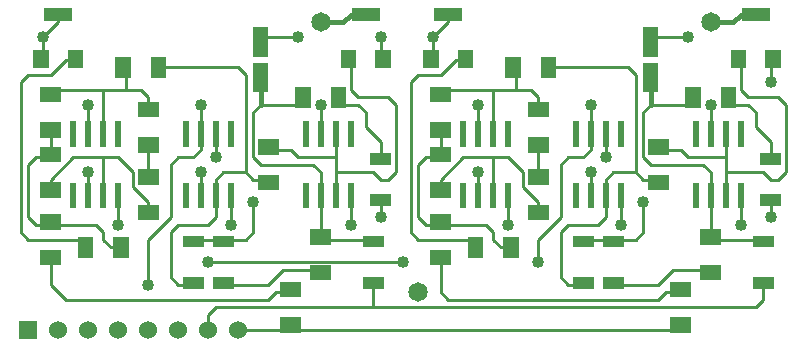
<source format=gtl>
G04 start of page 2 for group 0 idx 0 *
G04 Title: 26.006.02.01.01, top *
G04 Creator: pcb 4.1.2 *
G04 CreationDate: Fri Aug 10 20:06:24 2018 UTC *
G04 For: bert *
G04 Format: Gerber/RS-274X *
G04 PCB-Dimensions (mil): 2600.00 1150.00 *
G04 PCB-Coordinate-Origin: lower left *
%MOIN*%
%FSLAX25Y25*%
%LNGTL*%
%ADD19C,0.0460*%
%ADD18C,0.0380*%
%ADD17C,0.0200*%
%ADD16C,0.0400*%
%ADD15C,0.0650*%
%ADD14C,0.0600*%
%ADD13C,0.0001*%
%ADD12C,0.0150*%
%ADD11C,0.0100*%
G54D11*X107500Y67500D02*Y52500D01*
Y62500D02*X95000D01*
X92500Y65000D01*
X87500D01*
X100000Y60000D02*X102500Y57500D01*
Y52500D01*
X80000Y55000D02*X85000D01*
X80000Y77500D02*Y62500D01*
X82500Y60000D01*
X100000D01*
X127500Y80000D02*Y57500D01*
X125000Y55000D01*
X122500D01*
X120000Y57500D01*
X107500D01*
X102500Y47500D02*Y35000D01*
X87500Y17500D02*X92500D01*
X90000Y25000D02*X102500D01*
X85000Y20000D02*X90000Y25000D01*
X80000Y37500D02*Y47500D01*
X102500Y35000D02*X120000D01*
Y12500D02*Y20000D01*
X85000Y15000D02*X87500Y17500D01*
X102500Y72500D02*Y80000D01*
X112500Y47500D02*Y40000D01*
X122500Y47500D02*Y42500D01*
X137500Y40000D02*X140000D01*
X135000Y42500D02*X137500Y40000D01*
X140000Y102500D02*Y95000D01*
X132500Y87500D02*Y37500D01*
X135000Y35000D01*
X145000Y110000D02*Y107500D01*
X140000Y102500D01*
X150000Y95000D02*X147500D01*
X142500Y90000D01*
X135000D01*
X132500Y87500D01*
X62500Y53000D02*Y57500D01*
X55000Y40000D02*X52500Y37500D01*
X67500Y52500D02*Y55000D01*
X70000Y57500D01*
X52500Y60000D02*Y42500D01*
G54D12*X112500Y110000D02*X115000D01*
X102500Y107500D02*X110000D01*
G54D11*X122500Y95000D02*Y102500D01*
G54D12*X110000Y107500D02*X112500Y110000D01*
G54D11*Y97500D02*Y85000D01*
X115000Y82500D01*
X95000Y102500D02*X82500D01*
X45000Y35000D02*Y20000D01*
X52500Y37500D02*Y22500D01*
X55000Y20000D01*
X60000D01*
X35000Y32500D02*X32500D01*
X30000Y35000D01*
Y37500D01*
X60000Y35000D02*X77500D01*
X80000Y37500D01*
X65000Y5000D02*Y10000D01*
X75000Y5000D02*X77500D01*
X65000Y10000D02*X67500Y12500D01*
X72500Y20000D02*X85000D01*
X17500Y15000D02*X85000D01*
X12500Y27500D02*Y20000D01*
X17500Y15000D01*
X35000Y47500D02*Y40000D01*
X45000Y47500D02*Y45000D01*
X40000Y57500D02*Y52500D01*
X45000Y47500D01*
X72500D02*Y40000D01*
X67500Y47500D02*Y42500D01*
X65000Y40000D01*
X55000D01*
X52500Y42500D02*X45000Y35000D01*
X70000Y57500D02*X77500D01*
X80000Y55000D01*
X75000Y92500D02*X77500Y90000D01*
Y57500D01*
G54D12*X82500Y80000D02*Y85000D01*
G54D11*X62500Y72500D02*Y80000D01*
X95000D02*X82500D01*
X80000Y77500D01*
X67500Y67500D02*Y62500D01*
X62500Y67500D02*Y65000D01*
X25000Y53000D02*Y57500D01*
X30000Y62500D02*Y52500D01*
X5000Y60000D02*Y42500D01*
X10000Y62500D02*X7500D01*
X5000Y60000D01*
X12500Y72500D02*Y62500D01*
Y52500D02*Y55000D01*
X2500Y87500D02*Y37500D01*
X12500Y55000D02*X20000Y62500D01*
X35000D02*X40000Y57500D01*
X15000Y85000D02*X42500D01*
X45000Y65611D02*Y57500D01*
X37500Y85000D02*Y90000D01*
X42500Y85000D02*X45000Y82500D01*
Y80000D01*
X50000Y92500D02*X75000D01*
X25000Y80000D02*Y72500D01*
X30000D02*Y85000D01*
X20000Y62500D02*X35000D01*
X62500Y65000D02*X60000Y62500D01*
X55000D01*
X52500Y60000D01*
X10000Y102500D02*Y95000D01*
X15000Y110000D02*Y107500D01*
X10000Y102500D01*
X20000Y95000D02*X17500D01*
X12500Y90000D01*
X5000D01*
X2500Y87500D01*
X7500Y40000D02*X10000D01*
X5000Y42500D02*X7500Y40000D01*
X30000Y37500D02*X27500Y40000D01*
X15000D01*
X2500Y37500D02*X5000Y35000D01*
X22500D01*
X117500Y77500D02*Y72500D01*
X122500Y67500D01*
Y62500D01*
X140000D02*X137500D01*
X142500Y72500D02*Y62500D01*
X125000Y82500D02*X127500Y80000D01*
X107500D02*X115000D01*
X117500Y77500D01*
X115000Y82500D02*X125000D01*
X155000Y80000D02*Y72500D01*
X150000Y62500D02*X165000D01*
X160000Y72500D02*Y85000D01*
X167500D02*Y90000D01*
X172500Y85000D02*X175000Y82500D01*
Y80000D01*
X145000Y85000D02*X172500D01*
X145000Y15000D02*X215000D01*
X175000Y35000D02*Y27500D01*
X185000Y40000D02*X182500Y37500D01*
Y22500D01*
X185000Y20000D01*
X190000D01*
X160000Y37500D02*X157500Y40000D01*
X190000Y35000D02*X207500D01*
X210000Y37500D01*
X135000Y35000D02*X152500D01*
X130000Y27500D02*X65000D01*
X157500Y40000D02*X145000D01*
X142500Y27500D02*Y17500D01*
X145000Y15000D01*
X67500Y12500D02*X247500D01*
X77500Y5000D02*X220000D01*
X202500Y20000D02*X215000D01*
X220000Y25000D01*
Y17500D02*X217500D01*
X215000Y15000D01*
X192500Y53000D02*Y57500D01*
X197500Y67500D02*Y62500D01*
X192500Y67500D02*Y65000D01*
X190000Y62500D01*
X247500Y77500D02*Y72500D01*
X242500Y85000D02*X245000Y82500D01*
X165000Y47500D02*Y40000D01*
X202500Y47500D02*Y40000D01*
X197500Y47500D02*Y42500D01*
X195000Y40000D01*
X185000D01*
X175000Y47500D02*Y45000D01*
X210000Y37500D02*Y47500D01*
X175000Y65611D02*Y57500D01*
X190000Y62500D02*X185000D01*
X182500Y60000D01*
Y42500D01*
X175000Y35000D01*
X155000Y53000D02*Y57500D01*
X135000Y60000D02*Y42500D01*
X137500Y62500D02*X135000Y60000D01*
X142500Y52500D02*Y55000D01*
X150000Y62500D01*
X165000D02*X170000Y57500D01*
Y52500D01*
X175000Y47500D01*
X160000Y62500D02*Y52500D01*
X165000Y32500D02*X162500D01*
X160000Y35000D01*
Y37500D01*
X237500Y67500D02*Y52500D01*
X245000Y80000D02*X247500Y77500D01*
X250000Y57500D02*X237500D01*
Y62500D02*X225000D01*
X232500Y72500D02*Y80000D01*
X230000Y60000D02*X232500Y57500D01*
Y52500D01*
X257500Y80000D02*Y57500D01*
X255000Y55000D01*
X247500Y72500D02*X252500Y67500D01*
Y62500D01*
X255000Y55000D02*X252500D01*
X250000Y57500D01*
X232500Y47500D02*Y35000D01*
X220000Y5000D02*X222500Y7500D01*
X220000Y25000D02*X232500D01*
X252500Y47500D02*Y42500D01*
X242500Y47500D02*Y40000D01*
X232500Y35000D02*X250000D01*
X247500Y12500D02*X250000Y15000D01*
Y20000D01*
X192500Y72500D02*Y80000D01*
X180000Y92500D02*X205000D01*
X207500Y90000D01*
G54D12*X212500Y80000D02*Y85000D01*
G54D11*X225000Y80000D02*X212500D01*
X197500Y52500D02*Y55000D01*
X200000Y57500D01*
X207500D01*
X210000Y55000D01*
X215000D01*
X207500Y90000D02*Y57500D01*
X212500Y80000D02*X210000Y77500D01*
X225000Y62500D02*X222500Y65000D01*
X217500D01*
X210000Y77500D02*Y62500D01*
X212500Y60000D01*
X230000D01*
X225000Y102500D02*X212500D01*
G54D12*X242500Y110000D02*X245000D01*
X232500Y107500D02*X240000D01*
X242500Y110000D01*
G54D11*X255000Y82500D02*X257500Y80000D01*
X237500D02*X245000D01*
X252500Y95000D02*Y87500D01*
X242500Y97500D02*Y85000D01*
X245000Y82500D02*X255000D01*
G54D13*G36*
X2000Y8000D02*Y2000D01*
X8000D01*
Y8000D01*
X2000D01*
G37*
G54D14*X15000Y5000D03*
X25000D03*
X35000D03*
X45000D03*
X55000D03*
G54D15*X232500Y107500D03*
G54D14*X65000Y5000D03*
X75000D03*
G54D15*X135000Y17500D03*
X102500Y107500D03*
G54D13*G36*
X98500Y54000D02*X96500D01*
Y45500D01*
X98500D01*
Y54000D01*
G37*
G36*
X81457Y56654D02*Y51536D01*
X88543D01*
Y56654D01*
X81457D01*
G37*
G36*
X88957Y9154D02*Y4036D01*
X96043D01*
Y9154D01*
X88957D01*
G37*
G36*
Y20964D02*Y15846D01*
X96043D01*
Y20964D01*
X88957D01*
G37*
G36*
X98957Y26654D02*Y21536D01*
X106043D01*
Y26654D01*
X98957D01*
G37*
G36*
X103500Y54000D02*X101500D01*
Y45500D01*
X103500D01*
Y54000D01*
G37*
G36*
X108500D02*X106500D01*
Y45500D01*
X108500D01*
Y54000D01*
G37*
G36*
X113500D02*X111500D01*
Y45500D01*
X113500D01*
Y54000D01*
G37*
G36*
X98957Y38464D02*Y33346D01*
X106043D01*
Y38464D01*
X98957D01*
G37*
G36*
X156654Y36043D02*X151536D01*
Y28957D01*
X156654D01*
Y36043D01*
G37*
G36*
X138957Y31654D02*Y26536D01*
X146043D01*
Y31654D01*
X138957D01*
G37*
G36*
Y43464D02*Y38346D01*
X146043D01*
Y43464D01*
X138957D01*
G37*
G36*
X116556Y22580D02*Y18642D01*
X123444D01*
Y22580D01*
X116556D01*
G37*
G36*
Y36358D02*Y32420D01*
X123444D01*
Y36358D01*
X116556D01*
G37*
G36*
X168464Y36043D02*X163346D01*
Y28957D01*
X168464D01*
Y36043D01*
G37*
G36*
X171457Y46654D02*Y41536D01*
X178543D01*
Y46654D01*
X171457D01*
G37*
G36*
X138957Y65964D02*Y60846D01*
X146043D01*
Y65964D01*
X138957D01*
G37*
G36*
Y54154D02*Y49036D01*
X146043D01*
Y54154D01*
X138957D01*
G37*
G36*
X119056Y50080D02*Y46142D01*
X125944D01*
Y50080D01*
X119056D01*
G37*
G36*
Y63858D02*Y59921D01*
X125944D01*
Y63858D01*
X119056D01*
G37*
G36*
X58500Y54000D02*X56500D01*
Y45500D01*
X58500D01*
Y54000D01*
G37*
G36*
X8957Y54154D02*Y49036D01*
X16043D01*
Y54154D01*
X8957D01*
G37*
G36*
X21000Y54000D02*X19000D01*
Y45500D01*
X21000D01*
Y54000D01*
G37*
G36*
X26000D02*X24000D01*
Y45500D01*
X26000D01*
Y54000D01*
G37*
G36*
X31000D02*X29000D01*
Y45500D01*
X31000D01*
Y54000D01*
G37*
G36*
X36000D02*X34000D01*
Y45500D01*
X36000D01*
Y54000D01*
G37*
G36*
X63500D02*X61500D01*
Y45500D01*
X63500D01*
Y54000D01*
G37*
G36*
X68500D02*X66500D01*
Y45500D01*
X68500D01*
Y54000D01*
G37*
G36*
X73500D02*X71500D01*
Y45500D01*
X73500D01*
Y54000D01*
G37*
G36*
X41457Y46654D02*Y41536D01*
X48543D01*
Y46654D01*
X41457D01*
G37*
G36*
X26654Y36043D02*X21536D01*
Y28957D01*
X26654D01*
Y36043D01*
G37*
G36*
X38464D02*X33346D01*
Y28957D01*
X38464D01*
Y36043D01*
G37*
G36*
X8957Y31654D02*Y26536D01*
X16043D01*
Y31654D01*
X8957D01*
G37*
G36*
Y43464D02*Y38346D01*
X16043D01*
Y43464D01*
X8957D01*
G37*
G36*
X41457Y58464D02*Y53346D01*
X48543D01*
Y58464D01*
X41457D01*
G37*
G36*
X66556Y22580D02*Y18642D01*
X73444D01*
Y22580D01*
X66556D01*
G37*
G36*
Y36358D02*Y32420D01*
X73444D01*
Y36358D01*
X66556D01*
G37*
G36*
X56555D02*Y32420D01*
X63445D01*
Y36358D01*
X56555D01*
G37*
G36*
Y22580D02*Y18642D01*
X63445D01*
Y22580D01*
X56555D01*
G37*
G36*
X99154Y86043D02*X94036D01*
Y78957D01*
X99154D01*
Y86043D01*
G37*
G36*
X113500Y74500D02*X111500D01*
Y66000D01*
X113500D01*
Y74500D01*
G37*
G36*
X108500D02*X106500D01*
Y66000D01*
X108500D01*
Y74500D01*
G37*
G36*
X103500D02*X101500D01*
Y66000D01*
X103500D01*
Y74500D01*
G37*
G36*
X110964Y86043D02*X105846D01*
Y78957D01*
X110964D01*
Y86043D01*
G37*
G36*
X98500Y74500D02*X96500D01*
Y66000D01*
X98500D01*
Y74500D01*
G37*
G36*
X73500D02*X71500D01*
Y66000D01*
X73500D01*
Y74500D01*
G37*
G36*
X68500D02*X66500D01*
Y66000D01*
X68500D01*
Y74500D01*
G37*
G36*
X63500D02*X61500D01*
Y66000D01*
X63500D01*
Y74500D01*
G37*
G36*
X58500D02*X56500D01*
Y66000D01*
X58500D01*
Y74500D01*
G37*
G36*
X81457Y68464D02*Y63346D01*
X88543D01*
Y68464D01*
X81457D01*
G37*
G36*
X114351Y98169D02*X109233D01*
Y92265D01*
X114351D01*
Y98169D01*
G37*
G36*
X125767D02*X120649D01*
Y92265D01*
X125767D01*
Y98169D01*
G37*
G36*
X112776Y112342D02*Y108012D01*
X122224D01*
Y112342D01*
X112776D01*
G37*
G36*
X8957Y65964D02*Y60846D01*
X16043D01*
Y65964D01*
X8957D01*
G37*
G36*
X31000Y74500D02*X29000D01*
Y66000D01*
X31000D01*
Y74500D01*
G37*
G36*
X26000D02*X24000D01*
Y66000D01*
X26000D01*
Y74500D01*
G37*
G36*
X21000D02*X19000D01*
Y66000D01*
X21000D01*
Y74500D01*
G37*
G36*
X8957Y74154D02*Y69036D01*
X16043D01*
Y74154D01*
X8957D01*
G37*
G36*
X41457Y69154D02*Y64036D01*
X48543D01*
Y69154D01*
X41457D01*
G37*
G36*
X36000Y74500D02*X34000D01*
Y66000D01*
X36000D01*
Y74500D01*
G37*
G36*
X8957Y85964D02*Y80846D01*
X16043D01*
Y85964D01*
X8957D01*
G37*
G36*
X85074Y94032D02*X79926D01*
Y84158D01*
X85074D01*
Y94032D01*
G37*
G36*
Y105842D02*X79926D01*
Y95968D01*
X85074D01*
Y105842D01*
G37*
G36*
X39154Y96043D02*X34036D01*
Y88957D01*
X39154D01*
Y96043D01*
G37*
G36*
X50964D02*X45846D01*
Y88957D01*
X50964D01*
Y96043D01*
G37*
G36*
X41457Y80964D02*Y75846D01*
X48543D01*
Y80964D01*
X41457D01*
G37*
G36*
X11851Y98169D02*X6733D01*
Y92265D01*
X11851D01*
Y98169D01*
G37*
G36*
X23267D02*X18149D01*
Y92265D01*
X23267D01*
Y98169D01*
G37*
G36*
X10276Y112342D02*Y108012D01*
X19724D01*
Y112342D01*
X10276D01*
G37*
G36*
X211457Y56654D02*Y51536D01*
X218543D01*
Y56654D01*
X211457D01*
G37*
G36*
X249055Y50080D02*Y46142D01*
X255945D01*
Y50080D01*
X249055D01*
G37*
G36*
Y63858D02*Y59921D01*
X255945D01*
Y63858D01*
X249055D01*
G37*
G36*
X238500Y54000D02*X236500D01*
Y45500D01*
X238500D01*
Y54000D01*
G37*
G36*
X243500D02*X241500D01*
Y45500D01*
X243500D01*
Y54000D01*
G37*
G36*
X211457Y68464D02*Y63346D01*
X218543D01*
Y68464D01*
X211457D01*
G37*
G36*
X243500Y74500D02*X241500D01*
Y66000D01*
X243500D01*
Y74500D01*
G37*
G36*
X238500D02*X236500D01*
Y66000D01*
X238500D01*
Y74500D01*
G37*
G36*
X233500D02*X231500D01*
Y66000D01*
X233500D01*
Y74500D01*
G37*
G36*
X228500D02*X226500D01*
Y66000D01*
X228500D01*
Y74500D01*
G37*
G36*
X203500Y54000D02*X201500D01*
Y45500D01*
X203500D01*
Y54000D01*
G37*
G36*
Y74500D02*X201500D01*
Y66000D01*
X203500D01*
Y74500D01*
G37*
G36*
X228500Y54000D02*X226500D01*
Y45500D01*
X228500D01*
Y54000D01*
G37*
G36*
X233500D02*X231500D01*
Y45500D01*
X233500D01*
Y54000D01*
G37*
G36*
X169154Y96043D02*X164036D01*
Y88957D01*
X169154D01*
Y96043D01*
G37*
G36*
X180964D02*X175846D01*
Y88957D01*
X180964D01*
Y96043D01*
G37*
G36*
X141851Y98169D02*X136733D01*
Y92265D01*
X141851D01*
Y98169D01*
G37*
G36*
X153267D02*X148149D01*
Y92265D01*
X153267D01*
Y98169D01*
G37*
G36*
X140276Y112342D02*Y108012D01*
X149724D01*
Y112342D01*
X140276D01*
G37*
G36*
X171457Y58464D02*Y53346D01*
X178543D01*
Y58464D01*
X171457D01*
G37*
G36*
X151000Y54000D02*X149000D01*
Y45500D01*
X151000D01*
Y54000D01*
G37*
G36*
X156000D02*X154000D01*
Y45500D01*
X156000D01*
Y54000D01*
G37*
G36*
X161000D02*X159000D01*
Y45500D01*
X161000D01*
Y54000D01*
G37*
G36*
X166000D02*X164000D01*
Y45500D01*
X166000D01*
Y54000D01*
G37*
G36*
X171457Y69154D02*Y64036D01*
X178543D01*
Y69154D01*
X171457D01*
G37*
G36*
Y80964D02*Y75846D01*
X178543D01*
Y80964D01*
X171457D01*
G37*
G36*
X166000Y74500D02*X164000D01*
Y66000D01*
X166000D01*
Y74500D01*
G37*
G36*
X161000D02*X159000D01*
Y66000D01*
X161000D01*
Y74500D01*
G37*
G36*
X138957Y74154D02*Y69036D01*
X146043D01*
Y74154D01*
X138957D01*
G37*
G36*
Y85964D02*Y80846D01*
X146043D01*
Y85964D01*
X138957D01*
G37*
G36*
X156000Y74500D02*X154000D01*
Y66000D01*
X156000D01*
Y74500D01*
G37*
G36*
X151000D02*X149000D01*
Y66000D01*
X151000D01*
Y74500D01*
G37*
G36*
X188500Y54000D02*X186500D01*
Y45500D01*
X188500D01*
Y54000D01*
G37*
G36*
X193500D02*X191500D01*
Y45500D01*
X193500D01*
Y54000D01*
G37*
G36*
X198500D02*X196500D01*
Y45500D01*
X198500D01*
Y54000D01*
G37*
G36*
Y74500D02*X196500D01*
Y66000D01*
X198500D01*
Y74500D01*
G37*
G36*
X193500D02*X191500D01*
Y66000D01*
X193500D01*
Y74500D01*
G37*
G36*
X188500D02*X186500D01*
Y66000D01*
X188500D01*
Y74500D01*
G37*
G36*
X215074Y94032D02*X209926D01*
Y84158D01*
X215074D01*
Y94032D01*
G37*
G36*
X244351Y98169D02*X239233D01*
Y92265D01*
X244351D01*
Y98169D01*
G37*
G36*
X255767D02*X250649D01*
Y92265D01*
X255767D01*
Y98169D01*
G37*
G36*
X242776Y112342D02*Y108012D01*
X252224D01*
Y112342D01*
X242776D01*
G37*
G36*
X215074Y105842D02*X209926D01*
Y95968D01*
X215074D01*
Y105842D01*
G37*
G36*
X240964Y86043D02*X235846D01*
Y78957D01*
X240964D01*
Y86043D01*
G37*
G36*
X229154D02*X224036D01*
Y78957D01*
X229154D01*
Y86043D01*
G37*
G36*
X218957Y9154D02*Y4036D01*
X226043D01*
Y9154D01*
X218957D01*
G37*
G36*
Y20964D02*Y15846D01*
X226043D01*
Y20964D01*
X218957D01*
G37*
G36*
X196556Y36358D02*Y32420D01*
X203444D01*
Y36358D01*
X196556D01*
G37*
G36*
X186556D02*Y32420D01*
X193444D01*
Y36358D01*
X186556D01*
G37*
G36*
X196556Y22580D02*Y18642D01*
X203444D01*
Y22580D01*
X196556D01*
G37*
G36*
X186556D02*Y18642D01*
X193444D01*
Y22580D01*
X186556D01*
G37*
G36*
X228957Y26654D02*Y21536D01*
X236043D01*
Y26654D01*
X228957D01*
G37*
G36*
Y38464D02*Y33346D01*
X236043D01*
Y38464D01*
X228957D01*
G37*
G36*
X246555Y22580D02*Y18642D01*
X253445D01*
Y22580D01*
X246555D01*
G37*
G36*
Y36358D02*Y32420D01*
X253445D01*
Y36358D01*
X246555D01*
G37*
G54D16*X112500Y40000D03*
X202500D03*
X165000D03*
X242500D03*
X252500Y42500D03*
X122500D03*
Y102500D03*
X102500Y80000D03*
X95000Y102500D03*
X155000Y57500D03*
Y80000D03*
X140000Y102500D03*
X130000Y27500D03*
X175000D03*
X62500Y57500D03*
X65000Y27500D03*
X72500Y40000D03*
X80000Y47500D03*
X67500Y62500D03*
X25000Y57500D03*
X62500Y80000D03*
X25000D03*
X10000Y102500D03*
X35000Y40000D03*
X45000Y20000D03*
X192500Y57500D03*
Y80000D03*
X210000Y47500D03*
X197500Y62500D03*
X232500Y80000D03*
X252500Y87500D03*
X225000Y102500D03*
G54D17*G54D18*G54D19*G54D18*G54D19*M02*

</source>
